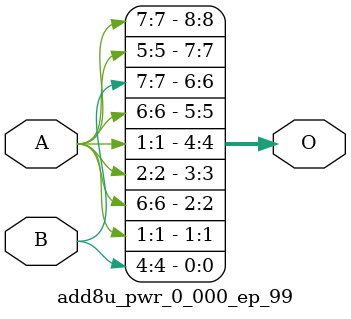
<source format=v>
/***
* This code is a part of EvoApproxLib library (ehw.fit.vutbr.cz/approxlib) distributed under The MIT License.
* When used, please cite the following article(s):  
* This file contains a circuit from a sub-set of pareto optimal circuits with respect to the pwr and ep parameters
***/

// bdd_sift/bw_8/conf_core_0_mae_000103/run.00000.chr
module add8u_pwr_0_000_ep_99(A, B, O);
  input [7:0] A, B;
  output [8:0] O;
  assign O[1] = A[1];
  assign O[5] = A[6];
  assign O[0] = B[4]; // default output
  assign O[2] = A[6]; // default output
  assign O[3] = A[2]; // default output
  assign O[4] = O[1]; // default output
  assign O[6] = B[7]; // default output
  assign O[7] = A[5]; // default output
  assign O[8] = A[7]; // default output
endmodule


// internal reference: cgp-add-bdd.08.add8u_pwr_0_000_ep_99


</source>
